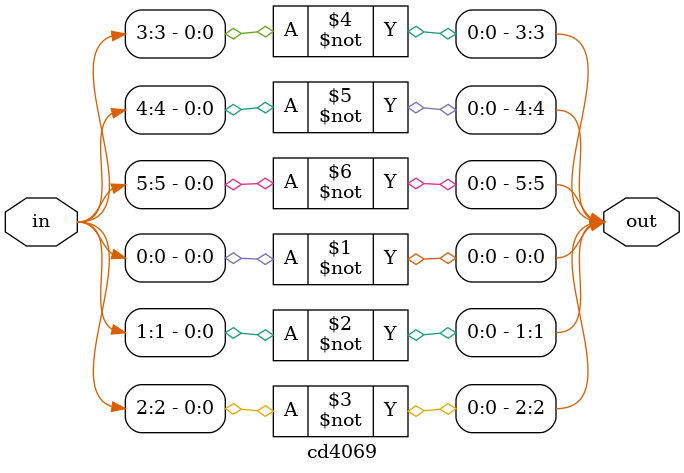
<source format=v>
module cd4069 (
    input wire [5:0] in,
    output wire [5:0] out
);

    // 实例化6个反相器
    assign out[0] = ~in[0];
    assign out[1] = ~in[1];
    assign out[2] = ~in[2];
    assign out[3] = ~in[3];
    assign out[4] = ~in[4];
    assign out[5] = ~in[5];

endmodule    
</source>
